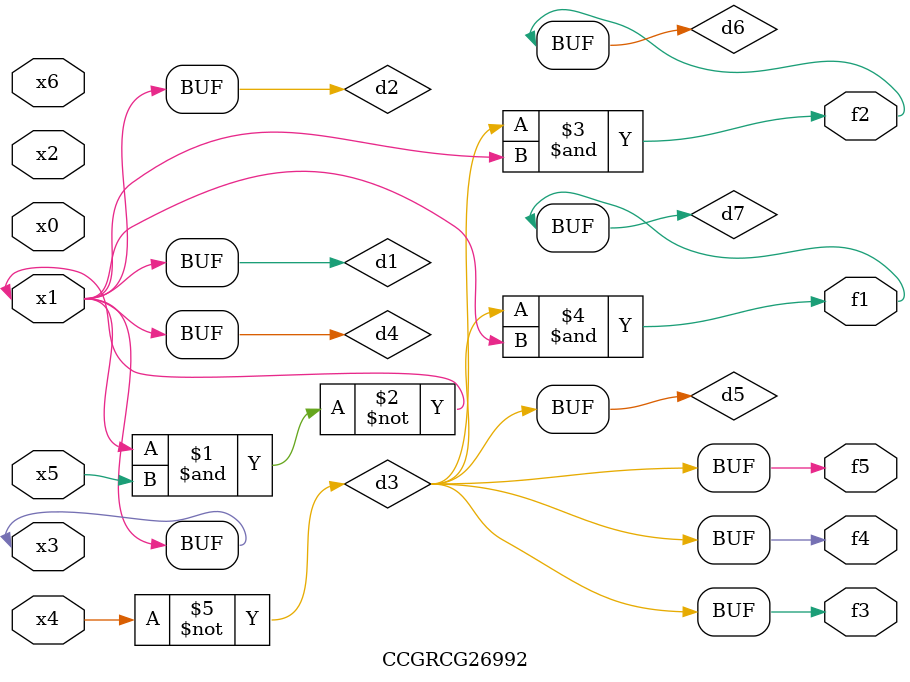
<source format=v>
module CCGRCG26992(
	input x0, x1, x2, x3, x4, x5, x6,
	output f1, f2, f3, f4, f5
);

	wire d1, d2, d3, d4, d5, d6, d7;

	buf (d1, x1, x3);
	nand (d2, x1, x5);
	not (d3, x4);
	buf (d4, d1, d2);
	buf (d5, d3);
	and (d6, d3, d4);
	and (d7, d3, d4);
	assign f1 = d7;
	assign f2 = d6;
	assign f3 = d5;
	assign f4 = d5;
	assign f5 = d5;
endmodule

</source>
